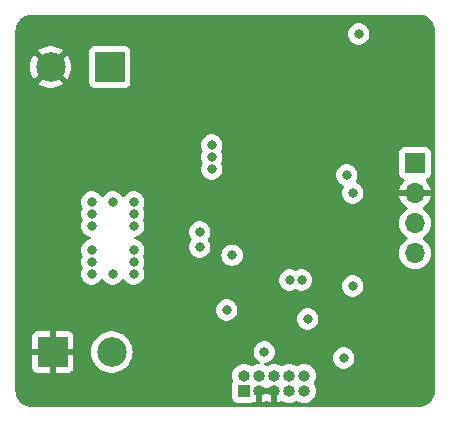
<source format=gbr>
%TF.GenerationSoftware,KiCad,Pcbnew,7.0.10*%
%TF.CreationDate,2024-01-17T14:48:32+01:00*%
%TF.ProjectId,PowerBoard,506f7765-7242-46f6-9172-642e6b696361,rev?*%
%TF.SameCoordinates,Original*%
%TF.FileFunction,Copper,L3,Inr*%
%TF.FilePolarity,Positive*%
%FSLAX46Y46*%
G04 Gerber Fmt 4.6, Leading zero omitted, Abs format (unit mm)*
G04 Created by KiCad (PCBNEW 7.0.10) date 2024-01-17 14:48:32*
%MOMM*%
%LPD*%
G01*
G04 APERTURE LIST*
%TA.AperFunction,ComponentPad*%
%ADD10R,1.000000X1.000000*%
%TD*%
%TA.AperFunction,ComponentPad*%
%ADD11O,1.000000X1.000000*%
%TD*%
%TA.AperFunction,ComponentPad*%
%ADD12R,2.500000X2.500000*%
%TD*%
%TA.AperFunction,ComponentPad*%
%ADD13C,2.500000*%
%TD*%
%TA.AperFunction,ComponentPad*%
%ADD14R,1.700000X1.700000*%
%TD*%
%TA.AperFunction,ComponentPad*%
%ADD15O,1.700000X1.700000*%
%TD*%
%TA.AperFunction,ViaPad*%
%ADD16C,0.800000*%
%TD*%
G04 APERTURE END LIST*
D10*
%TO.N,VCC*%
%TO.C,J4*%
X102559500Y-126492000D03*
D11*
%TO.N,/JTMS-SWDIO*%
X102559500Y-125222000D03*
%TO.N,GND*%
X103829500Y-126492000D03*
%TO.N,/JTCK-SWCLK*%
X103829500Y-125222000D03*
%TO.N,GND*%
X105099500Y-126492000D03*
%TO.N,/JTDO-SWO*%
X105099500Y-125222000D03*
%TO.N,unconnected-(J4-KEY-Pad7)*%
X106369500Y-126492000D03*
%TO.N,/JTDI*%
X106369500Y-125222000D03*
%TO.N,Net-(J4-GNDDetect)*%
X107639500Y-126492000D03*
%TO.N,/NRST*%
X107639500Y-125222000D03*
%TD*%
D12*
%TO.N,GND*%
%TO.C,J2*%
X86360000Y-123190000D03*
D13*
%TO.N,/Vout*%
X91360000Y-123190000D03*
%TD*%
D12*
%TO.N,/Vin*%
%TO.C,J1*%
X91186000Y-99060000D03*
D13*
%TO.N,GND*%
X86186000Y-99060000D03*
%TD*%
D14*
%TO.N,VCC*%
%TO.C,J3*%
X117037500Y-107198000D03*
D15*
%TO.N,GND*%
X117037500Y-109738000D03*
%TO.N,/SCL*%
X117037500Y-112278000D03*
%TO.N,/SDA*%
X117037500Y-114818000D03*
%TD*%
D16*
%TO.N,GND*%
X106807000Y-112014000D03*
X105537000Y-95250000D03*
X101727000Y-95123000D03*
X109347000Y-95123000D03*
X108966000Y-117856000D03*
X110236000Y-116967000D03*
X111760000Y-119634000D03*
X110109000Y-121412000D03*
X113792000Y-113284000D03*
X105537000Y-104521000D03*
X103632000Y-106299000D03*
X100076000Y-104267000D03*
X100076000Y-102870000D03*
X101219000Y-99568000D03*
X101981000Y-102743000D03*
X104521000Y-102743000D03*
X107569000Y-102743000D03*
X115443000Y-105283000D03*
X115443000Y-101219000D03*
X115443000Y-98044000D03*
X115443000Y-95885000D03*
X117729000Y-101219000D03*
X117729000Y-98044000D03*
X117602000Y-95885000D03*
X117602000Y-105156000D03*
X115062000Y-122428000D03*
X113919000Y-118364000D03*
X117729000Y-123317000D03*
X117602000Y-119634000D03*
X117731640Y-116966926D03*
X117602000Y-126619000D03*
X114681000Y-126746000D03*
X112141000Y-122555000D03*
X111887000Y-126619000D03*
X98552000Y-116967000D03*
X99060000Y-121793000D03*
X98425000Y-126746000D03*
X94742000Y-126746000D03*
X94742000Y-122047000D03*
X94742000Y-119507000D03*
X94742000Y-116586000D03*
X94742000Y-110363000D03*
X97028000Y-110236000D03*
X97155000Y-108458000D03*
X97282000Y-99695000D03*
X88138000Y-113157000D03*
X84328000Y-113157000D03*
X88138000Y-109093000D03*
X84328000Y-109093000D03*
X88138000Y-101092000D03*
X84328000Y-101092000D03*
X84455000Y-95885000D03*
X88138000Y-95758000D03*
X88138000Y-105029000D03*
X84328000Y-105029000D03*
X88138000Y-117221000D03*
X84328000Y-117221000D03*
X88138000Y-120904000D03*
X84455000Y-120904000D03*
X84455000Y-126619000D03*
X88138000Y-126746000D03*
%TO.N,VCC*%
X112268000Y-96266000D03*
X110998000Y-123698000D03*
X111760000Y-117602000D03*
X107950000Y-120396000D03*
X101092000Y-119634000D03*
%TO.N,GND*%
X103124000Y-117856000D03*
%TO.N,VCC*%
X101543500Y-115005500D03*
%TO.N,/Vin*%
X91440000Y-110490000D03*
X93218000Y-110490000D03*
X89662000Y-110490000D03*
X89662000Y-111506000D03*
X89662000Y-112522000D03*
X93218000Y-111506000D03*
X93218000Y-112522000D03*
%TO.N,/Vout*%
X91440000Y-116586000D03*
X89662000Y-116586000D03*
X93218000Y-116586000D03*
X93218000Y-115570000D03*
X89662000Y-115570000D03*
X89662000Y-114554000D03*
X93218000Y-114554000D03*
%TO.N,GND*%
X95250000Y-103632000D03*
X95250000Y-106680000D03*
X95250000Y-104648000D03*
X95250000Y-95434000D03*
%TO.N,/SDA*%
X107438655Y-117094000D03*
%TO.N,/SCL*%
X106426000Y-117094000D03*
%TO.N,/Vref*%
X98806000Y-114300000D03*
%TO.N,/Vouit*%
X98806000Y-113030000D03*
%TO.N,VCC*%
X99822000Y-107696000D03*
X99822000Y-105664000D03*
X99822000Y-106680000D03*
%TO.N,/JTDI*%
X104267000Y-123190000D03*
%TO.N,/Vouit*%
X111252000Y-108204000D03*
%TO.N,/Vref*%
X111760000Y-109728000D03*
%TD*%
%TA.AperFunction,Conductor*%
%TO.N,GND*%
G36*
X117576689Y-94637522D02*
G01*
X117728835Y-94671750D01*
X117751679Y-94676889D01*
X117770454Y-94682710D01*
X117957694Y-94757506D01*
X117975299Y-94766217D01*
X118148353Y-94869672D01*
X118164373Y-94881066D01*
X118173306Y-94888553D01*
X118318883Y-95010570D01*
X118332906Y-95024358D01*
X118464999Y-95176662D01*
X118476666Y-95192494D01*
X118583019Y-95363768D01*
X118592036Y-95381245D01*
X118669973Y-95567182D01*
X118676112Y-95585861D01*
X118723672Y-95781778D01*
X118726781Y-95801197D01*
X118743157Y-96007048D01*
X118743548Y-96016954D01*
X118725538Y-126425541D01*
X118725500Y-126426085D01*
X118725500Y-126487124D01*
X118725118Y-126496853D01*
X118709306Y-126697758D01*
X118706262Y-126716977D01*
X118660357Y-126908183D01*
X118654344Y-126926688D01*
X118579094Y-127108357D01*
X118570260Y-127125694D01*
X118467520Y-127293351D01*
X118456084Y-127309092D01*
X118328378Y-127458618D01*
X118314618Y-127472378D01*
X118165092Y-127600084D01*
X118149351Y-127611520D01*
X117981694Y-127714260D01*
X117964357Y-127723094D01*
X117782688Y-127798344D01*
X117764183Y-127804357D01*
X117572977Y-127850262D01*
X117553758Y-127853306D01*
X117352854Y-127869118D01*
X117343125Y-127869500D01*
X84586875Y-127869500D01*
X84577146Y-127869118D01*
X84376241Y-127853306D01*
X84357022Y-127850262D01*
X84165816Y-127804357D01*
X84147311Y-127798344D01*
X83965642Y-127723094D01*
X83948305Y-127714260D01*
X83780648Y-127611520D01*
X83764907Y-127600084D01*
X83615381Y-127472378D01*
X83601621Y-127458618D01*
X83473915Y-127309092D01*
X83462479Y-127293351D01*
X83359739Y-127125694D01*
X83350905Y-127108357D01*
X83275655Y-126926688D01*
X83269642Y-126908183D01*
X83264173Y-126885403D01*
X83223736Y-126716975D01*
X83220693Y-126697758D01*
X83219935Y-126688132D01*
X83204882Y-126496853D01*
X83204500Y-126487124D01*
X83204500Y-125222000D01*
X101554159Y-125222000D01*
X101573475Y-125418129D01*
X101630687Y-125606729D01*
X101631821Y-125608850D01*
X101632080Y-125610094D01*
X101633018Y-125612359D01*
X101632588Y-125612536D01*
X101646064Y-125677253D01*
X101621733Y-125741614D01*
X101615705Y-125749666D01*
X101615702Y-125749671D01*
X101565408Y-125884517D01*
X101559001Y-125944116D01*
X101559000Y-125944135D01*
X101559000Y-127039870D01*
X101559001Y-127039876D01*
X101565408Y-127099483D01*
X101615702Y-127234328D01*
X101615706Y-127234335D01*
X101701952Y-127349544D01*
X101701955Y-127349547D01*
X101817164Y-127435793D01*
X101817171Y-127435797D01*
X101952017Y-127486091D01*
X101952016Y-127486091D01*
X101958944Y-127486835D01*
X102011627Y-127492500D01*
X103107372Y-127492499D01*
X103166983Y-127486091D01*
X103188612Y-127478024D01*
X103301829Y-127435797D01*
X103301829Y-127435796D01*
X103301831Y-127435796D01*
X103310322Y-127429439D01*
X103375784Y-127405021D01*
X103439128Y-127418502D01*
X103439330Y-127418016D01*
X103441961Y-127419105D01*
X103443085Y-127419345D01*
X103444962Y-127420348D01*
X103579500Y-127461159D01*
X103579500Y-126699672D01*
X103617371Y-126744805D01*
X103716629Y-126802112D01*
X103801064Y-126817000D01*
X103857936Y-126817000D01*
X103942371Y-126802112D01*
X104041629Y-126744805D01*
X104043983Y-126742000D01*
X104079500Y-126742000D01*
X104079500Y-127461159D01*
X104214034Y-127420349D01*
X104387759Y-127327492D01*
X104392820Y-127324111D01*
X104393858Y-127325665D01*
X104450139Y-127301759D01*
X104519007Y-127313547D01*
X104535959Y-127324441D01*
X104536180Y-127324111D01*
X104541240Y-127327492D01*
X104714965Y-127420349D01*
X104849500Y-127461159D01*
X104849500Y-126742000D01*
X104079500Y-126742000D01*
X104043983Y-126742000D01*
X104115301Y-126657007D01*
X104154500Y-126549306D01*
X104154500Y-126434694D01*
X104115301Y-126326993D01*
X104043983Y-126242000D01*
X104885017Y-126242000D01*
X104813699Y-126326993D01*
X104774500Y-126434694D01*
X104774500Y-126549306D01*
X104813699Y-126657007D01*
X104887371Y-126744805D01*
X104986629Y-126802112D01*
X105071064Y-126817000D01*
X105127936Y-126817000D01*
X105212371Y-126802112D01*
X105311629Y-126744805D01*
X105349500Y-126699672D01*
X105349500Y-127461159D01*
X105484034Y-127420349D01*
X105657759Y-127327492D01*
X105662820Y-127324111D01*
X105663944Y-127325793D01*
X105719703Y-127302086D01*
X105788575Y-127313851D01*
X105805686Y-127324843D01*
X105805899Y-127324526D01*
X105810957Y-127327906D01*
X105810962Y-127327910D01*
X105922857Y-127387719D01*
X105982024Y-127419345D01*
X105984773Y-127420814D01*
X106173368Y-127478024D01*
X106369500Y-127497341D01*
X106565632Y-127478024D01*
X106754227Y-127420814D01*
X106928038Y-127327910D01*
X106928044Y-127327904D01*
X106933107Y-127324523D01*
X106934203Y-127326164D01*
X106990139Y-127302405D01*
X107059007Y-127314194D01*
X107075648Y-127324888D01*
X107075893Y-127324523D01*
X107080958Y-127327907D01*
X107080962Y-127327910D01*
X107192857Y-127387719D01*
X107252024Y-127419345D01*
X107254773Y-127420814D01*
X107443368Y-127478024D01*
X107639500Y-127497341D01*
X107835632Y-127478024D01*
X108024227Y-127420814D01*
X108026976Y-127419345D01*
X108157560Y-127349546D01*
X108198038Y-127327910D01*
X108350383Y-127202883D01*
X108475410Y-127050538D01*
X108546429Y-126917671D01*
X108568311Y-126876733D01*
X108568311Y-126876732D01*
X108568314Y-126876727D01*
X108625524Y-126688132D01*
X108644841Y-126492000D01*
X108625524Y-126295868D01*
X108568314Y-126107273D01*
X108475410Y-125933462D01*
X108475407Y-125933458D01*
X108472023Y-125928393D01*
X108473664Y-125927296D01*
X108449905Y-125871361D01*
X108461694Y-125802493D01*
X108472388Y-125785851D01*
X108472023Y-125785607D01*
X108475404Y-125780544D01*
X108475410Y-125780538D01*
X108568314Y-125606727D01*
X108625524Y-125418132D01*
X108644841Y-125222000D01*
X108625524Y-125025868D01*
X108568314Y-124837273D01*
X108568311Y-124837269D01*
X108568311Y-124837266D01*
X108475413Y-124663467D01*
X108475409Y-124663460D01*
X108350383Y-124511116D01*
X108198039Y-124386090D01*
X108198032Y-124386086D01*
X108024233Y-124293188D01*
X108024227Y-124293186D01*
X107835632Y-124235976D01*
X107835629Y-124235975D01*
X107639500Y-124216659D01*
X107443370Y-124235975D01*
X107254766Y-124293188D01*
X107080967Y-124386086D01*
X107075899Y-124389473D01*
X107074805Y-124387836D01*
X107018837Y-124411596D01*
X106949971Y-124399795D01*
X106933343Y-124389109D01*
X106933101Y-124389473D01*
X106928032Y-124386086D01*
X106754233Y-124293188D01*
X106754227Y-124293186D01*
X106565632Y-124235976D01*
X106565629Y-124235975D01*
X106369500Y-124216659D01*
X106173370Y-124235975D01*
X105984766Y-124293188D01*
X105810967Y-124386086D01*
X105805899Y-124389473D01*
X105804805Y-124387836D01*
X105748837Y-124411596D01*
X105679971Y-124399795D01*
X105663343Y-124389109D01*
X105663101Y-124389473D01*
X105658032Y-124386086D01*
X105484233Y-124293188D01*
X105484227Y-124293186D01*
X105295632Y-124235976D01*
X105295629Y-124235975D01*
X105099500Y-124216659D01*
X104903370Y-124235975D01*
X104714766Y-124293188D01*
X104540967Y-124386086D01*
X104535899Y-124389473D01*
X104534805Y-124387836D01*
X104478837Y-124411596D01*
X104409971Y-124399795D01*
X104393343Y-124389109D01*
X104393101Y-124389473D01*
X104388032Y-124386085D01*
X104271612Y-124323858D01*
X104221767Y-124274896D01*
X104206307Y-124206758D01*
X104230139Y-124141078D01*
X104285696Y-124098710D01*
X104330065Y-124090500D01*
X104361644Y-124090500D01*
X104361646Y-124090500D01*
X104546803Y-124051144D01*
X104719730Y-123974151D01*
X104872871Y-123862888D01*
X104999533Y-123722216D01*
X105013514Y-123698000D01*
X110092540Y-123698000D01*
X110112326Y-123886256D01*
X110112327Y-123886259D01*
X110170818Y-124066277D01*
X110170821Y-124066284D01*
X110265467Y-124230216D01*
X110349783Y-124323858D01*
X110392129Y-124370888D01*
X110545265Y-124482148D01*
X110545270Y-124482151D01*
X110718192Y-124559142D01*
X110718197Y-124559144D01*
X110903354Y-124598500D01*
X110903355Y-124598500D01*
X111092644Y-124598500D01*
X111092646Y-124598500D01*
X111277803Y-124559144D01*
X111450730Y-124482151D01*
X111603871Y-124370888D01*
X111730533Y-124230216D01*
X111825179Y-124066284D01*
X111883674Y-123886256D01*
X111903460Y-123698000D01*
X111883674Y-123509744D01*
X111825179Y-123329716D01*
X111730533Y-123165784D01*
X111603871Y-123025112D01*
X111571708Y-123001744D01*
X111450734Y-122913851D01*
X111450729Y-122913848D01*
X111277807Y-122836857D01*
X111277802Y-122836855D01*
X111132001Y-122805865D01*
X111092646Y-122797500D01*
X110903354Y-122797500D01*
X110870897Y-122804398D01*
X110718197Y-122836855D01*
X110718192Y-122836857D01*
X110545270Y-122913848D01*
X110545265Y-122913851D01*
X110392129Y-123025111D01*
X110265466Y-123165785D01*
X110170821Y-123329715D01*
X110170818Y-123329722D01*
X110112327Y-123509740D01*
X110112326Y-123509744D01*
X110092540Y-123698000D01*
X105013514Y-123698000D01*
X105094179Y-123558284D01*
X105152674Y-123378256D01*
X105172460Y-123190000D01*
X105152674Y-123001744D01*
X105094179Y-122821716D01*
X104999533Y-122657784D01*
X104872871Y-122517112D01*
X104872870Y-122517111D01*
X104719734Y-122405851D01*
X104719729Y-122405848D01*
X104546807Y-122328857D01*
X104546802Y-122328855D01*
X104401001Y-122297865D01*
X104361646Y-122289500D01*
X104172354Y-122289500D01*
X104139897Y-122296398D01*
X103987197Y-122328855D01*
X103987192Y-122328857D01*
X103814270Y-122405848D01*
X103814265Y-122405851D01*
X103661129Y-122517111D01*
X103534466Y-122657785D01*
X103439821Y-122821715D01*
X103439818Y-122821722D01*
X103385940Y-122987543D01*
X103381326Y-123001744D01*
X103361540Y-123190000D01*
X103381326Y-123378256D01*
X103381327Y-123378259D01*
X103439818Y-123558277D01*
X103439821Y-123558284D01*
X103534467Y-123722216D01*
X103661129Y-123862888D01*
X103814265Y-123974148D01*
X103814267Y-123974149D01*
X103814270Y-123974151D01*
X103834679Y-123983237D01*
X103887914Y-124028486D01*
X103908236Y-124095335D01*
X103889191Y-124162559D01*
X103836825Y-124208815D01*
X103796396Y-124219919D01*
X103633370Y-124235975D01*
X103444766Y-124293188D01*
X103270967Y-124386086D01*
X103265899Y-124389473D01*
X103264805Y-124387836D01*
X103208837Y-124411596D01*
X103139971Y-124399795D01*
X103123343Y-124389109D01*
X103123101Y-124389473D01*
X103118032Y-124386086D01*
X102944233Y-124293188D01*
X102944227Y-124293186D01*
X102755632Y-124235976D01*
X102755629Y-124235975D01*
X102559500Y-124216659D01*
X102363370Y-124235975D01*
X102174766Y-124293188D01*
X102000967Y-124386086D01*
X102000960Y-124386090D01*
X101848616Y-124511116D01*
X101723590Y-124663460D01*
X101723586Y-124663467D01*
X101630688Y-124837266D01*
X101573475Y-125025870D01*
X101554159Y-125222000D01*
X83204500Y-125222000D01*
X83204500Y-124487844D01*
X84610000Y-124487844D01*
X84616401Y-124547372D01*
X84616403Y-124547379D01*
X84666645Y-124682086D01*
X84666649Y-124682093D01*
X84752809Y-124797187D01*
X84752812Y-124797190D01*
X84867906Y-124883350D01*
X84867913Y-124883354D01*
X85002620Y-124933596D01*
X85002627Y-124933598D01*
X85062155Y-124939999D01*
X85062172Y-124940000D01*
X86110000Y-124940000D01*
X86110000Y-123794310D01*
X86118817Y-123799158D01*
X86277886Y-123840000D01*
X86400894Y-123840000D01*
X86522933Y-123824583D01*
X86610000Y-123790110D01*
X86610000Y-124940000D01*
X87657828Y-124940000D01*
X87657844Y-124939999D01*
X87717372Y-124933598D01*
X87717379Y-124933596D01*
X87852086Y-124883354D01*
X87852093Y-124883350D01*
X87967187Y-124797190D01*
X87967190Y-124797187D01*
X88053350Y-124682093D01*
X88053354Y-124682086D01*
X88103596Y-124547379D01*
X88103598Y-124547372D01*
X88109999Y-124487844D01*
X88110000Y-124487827D01*
X88110000Y-123440000D01*
X86960728Y-123440000D01*
X86983100Y-123392457D01*
X87013873Y-123231138D01*
X87011285Y-123190004D01*
X89604592Y-123190004D01*
X89624196Y-123451620D01*
X89624197Y-123451625D01*
X89682576Y-123707402D01*
X89682578Y-123707411D01*
X89682580Y-123707416D01*
X89778432Y-123951643D01*
X89909614Y-124178857D01*
X90041736Y-124344533D01*
X90073198Y-124383985D01*
X90210214Y-124511116D01*
X90265521Y-124562433D01*
X90482296Y-124710228D01*
X90482301Y-124710230D01*
X90482302Y-124710231D01*
X90482303Y-124710232D01*
X90607843Y-124770688D01*
X90718673Y-124824061D01*
X90718674Y-124824061D01*
X90718677Y-124824063D01*
X90969385Y-124901396D01*
X91228818Y-124940500D01*
X91491182Y-124940500D01*
X91750615Y-124901396D01*
X92001323Y-124824063D01*
X92237704Y-124710228D01*
X92454479Y-124562433D01*
X92640886Y-124389473D01*
X92646801Y-124383985D01*
X92646801Y-124383983D01*
X92646805Y-124383981D01*
X92810386Y-124178857D01*
X92941568Y-123951643D01*
X93037420Y-123707416D01*
X93095802Y-123451630D01*
X93096674Y-123440000D01*
X93115408Y-123190004D01*
X93115408Y-123189995D01*
X93095803Y-122928379D01*
X93095802Y-122928374D01*
X93095802Y-122928370D01*
X93037420Y-122672584D01*
X92941568Y-122428357D01*
X92810386Y-122201143D01*
X92646805Y-121996019D01*
X92646804Y-121996018D01*
X92646801Y-121996014D01*
X92454479Y-121817567D01*
X92237704Y-121669772D01*
X92237700Y-121669770D01*
X92237697Y-121669768D01*
X92237696Y-121669767D01*
X92001325Y-121555938D01*
X92001327Y-121555938D01*
X91750623Y-121478606D01*
X91750619Y-121478605D01*
X91750615Y-121478604D01*
X91625823Y-121459794D01*
X91491187Y-121439500D01*
X91491182Y-121439500D01*
X91228818Y-121439500D01*
X91228812Y-121439500D01*
X91067247Y-121463853D01*
X90969385Y-121478604D01*
X90969382Y-121478605D01*
X90969376Y-121478606D01*
X90718673Y-121555938D01*
X90482303Y-121669767D01*
X90482302Y-121669768D01*
X90265520Y-121817567D01*
X90073198Y-121996014D01*
X89909614Y-122201143D01*
X89778432Y-122428356D01*
X89682582Y-122672578D01*
X89682576Y-122672597D01*
X89624197Y-122928374D01*
X89624196Y-122928379D01*
X89604592Y-123189995D01*
X89604592Y-123190004D01*
X87011285Y-123190004D01*
X87003561Y-123067234D01*
X86962220Y-122940000D01*
X88110000Y-122940000D01*
X88110000Y-121892172D01*
X88109999Y-121892155D01*
X88103598Y-121832627D01*
X88103596Y-121832620D01*
X88053354Y-121697913D01*
X88053350Y-121697906D01*
X87967190Y-121582812D01*
X87967187Y-121582809D01*
X87852093Y-121496649D01*
X87852086Y-121496645D01*
X87717379Y-121446403D01*
X87717372Y-121446401D01*
X87657844Y-121440000D01*
X86610000Y-121440000D01*
X86610000Y-122585689D01*
X86601183Y-122580842D01*
X86442114Y-122540000D01*
X86319106Y-122540000D01*
X86197067Y-122555417D01*
X86110000Y-122589889D01*
X86110000Y-121440000D01*
X85062155Y-121440000D01*
X85002627Y-121446401D01*
X85002620Y-121446403D01*
X84867913Y-121496645D01*
X84867906Y-121496649D01*
X84752812Y-121582809D01*
X84752809Y-121582812D01*
X84666649Y-121697906D01*
X84666645Y-121697913D01*
X84616403Y-121832620D01*
X84616401Y-121832627D01*
X84610000Y-121892155D01*
X84610000Y-122940000D01*
X85759272Y-122940000D01*
X85736900Y-122987543D01*
X85706127Y-123148862D01*
X85716439Y-123312766D01*
X85757780Y-123440000D01*
X84610000Y-123440000D01*
X84610000Y-124487844D01*
X83204500Y-124487844D01*
X83204500Y-119634000D01*
X100186540Y-119634000D01*
X100206326Y-119822256D01*
X100206327Y-119822259D01*
X100264818Y-120002277D01*
X100264821Y-120002284D01*
X100359467Y-120166216D01*
X100486129Y-120306888D01*
X100639265Y-120418148D01*
X100639270Y-120418151D01*
X100812192Y-120495142D01*
X100812197Y-120495144D01*
X100997354Y-120534500D01*
X100997355Y-120534500D01*
X101186644Y-120534500D01*
X101186646Y-120534500D01*
X101371803Y-120495144D01*
X101544730Y-120418151D01*
X101575218Y-120396000D01*
X107044540Y-120396000D01*
X107064326Y-120584256D01*
X107064327Y-120584259D01*
X107122818Y-120764277D01*
X107122821Y-120764284D01*
X107217467Y-120928216D01*
X107344129Y-121068888D01*
X107497265Y-121180148D01*
X107497270Y-121180151D01*
X107670192Y-121257142D01*
X107670197Y-121257144D01*
X107855354Y-121296500D01*
X107855355Y-121296500D01*
X108044644Y-121296500D01*
X108044646Y-121296500D01*
X108229803Y-121257144D01*
X108402730Y-121180151D01*
X108555871Y-121068888D01*
X108682533Y-120928216D01*
X108777179Y-120764284D01*
X108835674Y-120584256D01*
X108855460Y-120396000D01*
X108835674Y-120207744D01*
X108777179Y-120027716D01*
X108682533Y-119863784D01*
X108555871Y-119723112D01*
X108555870Y-119723111D01*
X108402734Y-119611851D01*
X108402729Y-119611848D01*
X108229807Y-119534857D01*
X108229802Y-119534855D01*
X108084001Y-119503865D01*
X108044646Y-119495500D01*
X107855354Y-119495500D01*
X107822897Y-119502398D01*
X107670197Y-119534855D01*
X107670192Y-119534857D01*
X107497270Y-119611848D01*
X107497265Y-119611851D01*
X107344129Y-119723111D01*
X107217466Y-119863785D01*
X107122821Y-120027715D01*
X107122818Y-120027722D01*
X107077820Y-120166214D01*
X107064326Y-120207744D01*
X107044540Y-120396000D01*
X101575218Y-120396000D01*
X101697871Y-120306888D01*
X101824533Y-120166216D01*
X101919179Y-120002284D01*
X101977674Y-119822256D01*
X101997460Y-119634000D01*
X101977674Y-119445744D01*
X101919179Y-119265716D01*
X101824533Y-119101784D01*
X101697871Y-118961112D01*
X101697870Y-118961111D01*
X101544734Y-118849851D01*
X101544729Y-118849848D01*
X101371807Y-118772857D01*
X101371802Y-118772855D01*
X101226001Y-118741865D01*
X101186646Y-118733500D01*
X100997354Y-118733500D01*
X100964897Y-118740398D01*
X100812197Y-118772855D01*
X100812192Y-118772857D01*
X100639270Y-118849848D01*
X100639265Y-118849851D01*
X100486129Y-118961111D01*
X100359466Y-119101785D01*
X100264821Y-119265715D01*
X100264818Y-119265722D01*
X100206327Y-119445740D01*
X100206326Y-119445744D01*
X100186540Y-119634000D01*
X83204500Y-119634000D01*
X83204500Y-116586000D01*
X88756540Y-116586000D01*
X88776326Y-116774256D01*
X88776327Y-116774259D01*
X88834818Y-116954277D01*
X88834821Y-116954284D01*
X88929467Y-117118216D01*
X89056129Y-117258888D01*
X89209265Y-117370148D01*
X89209270Y-117370151D01*
X89382192Y-117447142D01*
X89382197Y-117447144D01*
X89567354Y-117486500D01*
X89567355Y-117486500D01*
X89756644Y-117486500D01*
X89756646Y-117486500D01*
X89941803Y-117447144D01*
X90114730Y-117370151D01*
X90267871Y-117258888D01*
X90394533Y-117118216D01*
X90443613Y-117033205D01*
X90494179Y-116984991D01*
X90562786Y-116971767D01*
X90627651Y-116997735D01*
X90658385Y-117033203D01*
X90693486Y-117094000D01*
X90707467Y-117118216D01*
X90834129Y-117258888D01*
X90987265Y-117370148D01*
X90987270Y-117370151D01*
X91160192Y-117447142D01*
X91160197Y-117447144D01*
X91345354Y-117486500D01*
X91345355Y-117486500D01*
X91534644Y-117486500D01*
X91534646Y-117486500D01*
X91719803Y-117447144D01*
X91892730Y-117370151D01*
X92045871Y-117258888D01*
X92172533Y-117118216D01*
X92221613Y-117033205D01*
X92272179Y-116984991D01*
X92340786Y-116971767D01*
X92405651Y-116997735D01*
X92436385Y-117033203D01*
X92471486Y-117094000D01*
X92485467Y-117118216D01*
X92612129Y-117258888D01*
X92765265Y-117370148D01*
X92765270Y-117370151D01*
X92938192Y-117447142D01*
X92938197Y-117447144D01*
X93123354Y-117486500D01*
X93123355Y-117486500D01*
X93312644Y-117486500D01*
X93312646Y-117486500D01*
X93497803Y-117447144D01*
X93670730Y-117370151D01*
X93823871Y-117258888D01*
X93950533Y-117118216D01*
X93964514Y-117094000D01*
X105520540Y-117094000D01*
X105540326Y-117282256D01*
X105540327Y-117282259D01*
X105598818Y-117462277D01*
X105598821Y-117462284D01*
X105693467Y-117626216D01*
X105820129Y-117766888D01*
X105973265Y-117878148D01*
X105973270Y-117878151D01*
X106146192Y-117955142D01*
X106146197Y-117955144D01*
X106331354Y-117994500D01*
X106331355Y-117994500D01*
X106520644Y-117994500D01*
X106520646Y-117994500D01*
X106705803Y-117955144D01*
X106878730Y-117878151D01*
X106878733Y-117878148D01*
X106881890Y-117876743D01*
X106951140Y-117867458D01*
X106982763Y-117876743D01*
X106985924Y-117878150D01*
X106985925Y-117878151D01*
X107158852Y-117955144D01*
X107344009Y-117994500D01*
X107344010Y-117994500D01*
X107533299Y-117994500D01*
X107533301Y-117994500D01*
X107718458Y-117955144D01*
X107891385Y-117878151D01*
X108044526Y-117766888D01*
X108171188Y-117626216D01*
X108185169Y-117602000D01*
X110854540Y-117602000D01*
X110874326Y-117790256D01*
X110874327Y-117790259D01*
X110932818Y-117970277D01*
X110932821Y-117970284D01*
X111027467Y-118134216D01*
X111154129Y-118274888D01*
X111307265Y-118386148D01*
X111307270Y-118386151D01*
X111480192Y-118463142D01*
X111480197Y-118463144D01*
X111665354Y-118502500D01*
X111665355Y-118502500D01*
X111854644Y-118502500D01*
X111854646Y-118502500D01*
X112039803Y-118463144D01*
X112212730Y-118386151D01*
X112365871Y-118274888D01*
X112492533Y-118134216D01*
X112587179Y-117970284D01*
X112645674Y-117790256D01*
X112665460Y-117602000D01*
X112645674Y-117413744D01*
X112587179Y-117233716D01*
X112492533Y-117069784D01*
X112365871Y-116929112D01*
X112333708Y-116905744D01*
X112212734Y-116817851D01*
X112212729Y-116817848D01*
X112039807Y-116740857D01*
X112039802Y-116740855D01*
X111894001Y-116709865D01*
X111854646Y-116701500D01*
X111665354Y-116701500D01*
X111632897Y-116708398D01*
X111480197Y-116740855D01*
X111480192Y-116740857D01*
X111307270Y-116817848D01*
X111307265Y-116817851D01*
X111154129Y-116929111D01*
X111027466Y-117069785D01*
X110932821Y-117233715D01*
X110932818Y-117233722D01*
X110888491Y-117370148D01*
X110874326Y-117413744D01*
X110854540Y-117602000D01*
X108185169Y-117602000D01*
X108265834Y-117462284D01*
X108324329Y-117282256D01*
X108344115Y-117094000D01*
X108324329Y-116905744D01*
X108265834Y-116725716D01*
X108171188Y-116561784D01*
X108044526Y-116421112D01*
X108012363Y-116397744D01*
X107891389Y-116309851D01*
X107891384Y-116309848D01*
X107718462Y-116232857D01*
X107718457Y-116232855D01*
X107572656Y-116201865D01*
X107533301Y-116193500D01*
X107344009Y-116193500D01*
X107311552Y-116200398D01*
X107158852Y-116232855D01*
X107158847Y-116232857D01*
X106982763Y-116311256D01*
X106913513Y-116320541D01*
X106881891Y-116311256D01*
X106705807Y-116232857D01*
X106705802Y-116232855D01*
X106560001Y-116201865D01*
X106520646Y-116193500D01*
X106331354Y-116193500D01*
X106298897Y-116200398D01*
X106146197Y-116232855D01*
X106146192Y-116232857D01*
X105973270Y-116309848D01*
X105973265Y-116309851D01*
X105820129Y-116421111D01*
X105693466Y-116561785D01*
X105598821Y-116725715D01*
X105598818Y-116725722D01*
X105568884Y-116817851D01*
X105540326Y-116905744D01*
X105520540Y-117094000D01*
X93964514Y-117094000D01*
X94045179Y-116954284D01*
X94103674Y-116774256D01*
X94123460Y-116586000D01*
X94103674Y-116397744D01*
X94045179Y-116217716D01*
X94000308Y-116139997D01*
X93983836Y-116072100D01*
X94000309Y-116016001D01*
X94045179Y-115938284D01*
X94103674Y-115758256D01*
X94123460Y-115570000D01*
X94103674Y-115381744D01*
X94045179Y-115201716D01*
X94000308Y-115123997D01*
X93983836Y-115056100D01*
X94000309Y-115000001D01*
X94045179Y-114922284D01*
X94103674Y-114742256D01*
X94123460Y-114554000D01*
X94103674Y-114365744D01*
X94082312Y-114300000D01*
X97900540Y-114300000D01*
X97920326Y-114488256D01*
X97920327Y-114488259D01*
X97978818Y-114668277D01*
X97978821Y-114668284D01*
X98073467Y-114832216D01*
X98154559Y-114922277D01*
X98200129Y-114972888D01*
X98353265Y-115084148D01*
X98353270Y-115084151D01*
X98526192Y-115161142D01*
X98526197Y-115161144D01*
X98711354Y-115200500D01*
X98711355Y-115200500D01*
X98900644Y-115200500D01*
X98900646Y-115200500D01*
X99085803Y-115161144D01*
X99258730Y-115084151D01*
X99366984Y-115005500D01*
X100638040Y-115005500D01*
X100657826Y-115193756D01*
X100657827Y-115193759D01*
X100716318Y-115373777D01*
X100716321Y-115373784D01*
X100810967Y-115537716D01*
X100840036Y-115570000D01*
X100937629Y-115678388D01*
X101090765Y-115789648D01*
X101090770Y-115789651D01*
X101263692Y-115866642D01*
X101263697Y-115866644D01*
X101448854Y-115906000D01*
X101448855Y-115906000D01*
X101638144Y-115906000D01*
X101638146Y-115906000D01*
X101823303Y-115866644D01*
X101996230Y-115789651D01*
X102149371Y-115678388D01*
X102276033Y-115537716D01*
X102370679Y-115373784D01*
X102429174Y-115193756D01*
X102448960Y-115005500D01*
X102429253Y-114818000D01*
X115681841Y-114818000D01*
X115702436Y-115053403D01*
X115702438Y-115053413D01*
X115763594Y-115281655D01*
X115763596Y-115281659D01*
X115763597Y-115281663D01*
X115806551Y-115373777D01*
X115863465Y-115495830D01*
X115863467Y-115495834D01*
X115915399Y-115570000D01*
X115999005Y-115689401D01*
X116166099Y-115856495D01*
X116246955Y-115913111D01*
X116359665Y-115992032D01*
X116359667Y-115992033D01*
X116359670Y-115992035D01*
X116573837Y-116091903D01*
X116802092Y-116153063D01*
X116990418Y-116169539D01*
X117037499Y-116173659D01*
X117037500Y-116173659D01*
X117037501Y-116173659D01*
X117076734Y-116170226D01*
X117272908Y-116153063D01*
X117501163Y-116091903D01*
X117715330Y-115992035D01*
X117908901Y-115856495D01*
X118075995Y-115689401D01*
X118211535Y-115495830D01*
X118311403Y-115281663D01*
X118372563Y-115053408D01*
X118393159Y-114818000D01*
X118372563Y-114582592D01*
X118326126Y-114409285D01*
X118311405Y-114354344D01*
X118311404Y-114354343D01*
X118311403Y-114354337D01*
X118211535Y-114140171D01*
X118191631Y-114111744D01*
X118075994Y-113946597D01*
X117908902Y-113779506D01*
X117908896Y-113779501D01*
X117723342Y-113649575D01*
X117679717Y-113594998D01*
X117672523Y-113525500D01*
X117704046Y-113463145D01*
X117723342Y-113446425D01*
X117813719Y-113383142D01*
X117908901Y-113316495D01*
X118075995Y-113149401D01*
X118211535Y-112955830D01*
X118311403Y-112741663D01*
X118372563Y-112513408D01*
X118393159Y-112278000D01*
X118372563Y-112042592D01*
X118311403Y-111814337D01*
X118211535Y-111600171D01*
X118075995Y-111406599D01*
X118075994Y-111406597D01*
X117908902Y-111239506D01*
X117908901Y-111239505D01*
X117722905Y-111109269D01*
X117679281Y-111054692D01*
X117672088Y-110985193D01*
X117703610Y-110922839D01*
X117722905Y-110906119D01*
X117908582Y-110776105D01*
X118075605Y-110609082D01*
X118211100Y-110415578D01*
X118310929Y-110201492D01*
X118310932Y-110201486D01*
X118368136Y-109988000D01*
X117471186Y-109988000D01*
X117496993Y-109947844D01*
X117537500Y-109809889D01*
X117537500Y-109666111D01*
X117496993Y-109528156D01*
X117471186Y-109488000D01*
X118368136Y-109488000D01*
X118368135Y-109487999D01*
X118310932Y-109274513D01*
X118310929Y-109274507D01*
X118211100Y-109060422D01*
X118211099Y-109060420D01*
X118075613Y-108866926D01*
X118075608Y-108866920D01*
X117953553Y-108744865D01*
X117920068Y-108683542D01*
X117925052Y-108613850D01*
X117966924Y-108557917D01*
X117997900Y-108541002D01*
X118129831Y-108491796D01*
X118245046Y-108405546D01*
X118331296Y-108290331D01*
X118381591Y-108155483D01*
X118388000Y-108095873D01*
X118387999Y-106300128D01*
X118381591Y-106240517D01*
X118379160Y-106234000D01*
X118331297Y-106105671D01*
X118331293Y-106105664D01*
X118245047Y-105990455D01*
X118245044Y-105990452D01*
X118129835Y-105904206D01*
X118129828Y-105904202D01*
X117994982Y-105853908D01*
X117994983Y-105853908D01*
X117935383Y-105847501D01*
X117935381Y-105847500D01*
X117935373Y-105847500D01*
X117935364Y-105847500D01*
X116139629Y-105847500D01*
X116139623Y-105847501D01*
X116080016Y-105853908D01*
X115945171Y-105904202D01*
X115945164Y-105904206D01*
X115829955Y-105990452D01*
X115829952Y-105990455D01*
X115743706Y-106105664D01*
X115743702Y-106105671D01*
X115693408Y-106240517D01*
X115687001Y-106300116D01*
X115687001Y-106300123D01*
X115687000Y-106300135D01*
X115687000Y-108095870D01*
X115687001Y-108095876D01*
X115693408Y-108155483D01*
X115743702Y-108290328D01*
X115743706Y-108290335D01*
X115829952Y-108405544D01*
X115829955Y-108405547D01*
X115945164Y-108491793D01*
X115945171Y-108491797D01*
X115945174Y-108491798D01*
X116077098Y-108541002D01*
X116133031Y-108582873D01*
X116157449Y-108648337D01*
X116142598Y-108716610D01*
X116121447Y-108744865D01*
X115999386Y-108866926D01*
X115863900Y-109060420D01*
X115863899Y-109060422D01*
X115764070Y-109274507D01*
X115764067Y-109274513D01*
X115706864Y-109487999D01*
X115706864Y-109488000D01*
X116603814Y-109488000D01*
X116578007Y-109528156D01*
X116537500Y-109666111D01*
X116537500Y-109809889D01*
X116578007Y-109947844D01*
X116603814Y-109988000D01*
X115706864Y-109988000D01*
X115764067Y-110201486D01*
X115764070Y-110201492D01*
X115863899Y-110415578D01*
X115999394Y-110609082D01*
X116166417Y-110776105D01*
X116352095Y-110906119D01*
X116395719Y-110960696D01*
X116402912Y-111030195D01*
X116371390Y-111092549D01*
X116352095Y-111109269D01*
X116166094Y-111239508D01*
X115999005Y-111406597D01*
X115863465Y-111600169D01*
X115863464Y-111600171D01*
X115763598Y-111814335D01*
X115763594Y-111814344D01*
X115702438Y-112042586D01*
X115702436Y-112042596D01*
X115681841Y-112277999D01*
X115681841Y-112278000D01*
X115702436Y-112513403D01*
X115702438Y-112513413D01*
X115763594Y-112741655D01*
X115763596Y-112741659D01*
X115763597Y-112741663D01*
X115810264Y-112841740D01*
X115863465Y-112955830D01*
X115863467Y-112955834D01*
X115999001Y-113149395D01*
X115999006Y-113149402D01*
X116166097Y-113316493D01*
X116166103Y-113316498D01*
X116351658Y-113446425D01*
X116395283Y-113501002D01*
X116402477Y-113570500D01*
X116370954Y-113632855D01*
X116351658Y-113649575D01*
X116166097Y-113779505D01*
X115999005Y-113946597D01*
X115863465Y-114140169D01*
X115863464Y-114140171D01*
X115763598Y-114354335D01*
X115763594Y-114354344D01*
X115702438Y-114582586D01*
X115702436Y-114582596D01*
X115681841Y-114817999D01*
X115681841Y-114818000D01*
X102429253Y-114818000D01*
X102429174Y-114817244D01*
X102370679Y-114637216D01*
X102276033Y-114473284D01*
X102149371Y-114332612D01*
X102149370Y-114332611D01*
X101996234Y-114221351D01*
X101996229Y-114221348D01*
X101823307Y-114144357D01*
X101823302Y-114144355D01*
X101669855Y-114111740D01*
X101638146Y-114105000D01*
X101448854Y-114105000D01*
X101417145Y-114111740D01*
X101263697Y-114144355D01*
X101263692Y-114144357D01*
X101090770Y-114221348D01*
X101090765Y-114221351D01*
X100937629Y-114332611D01*
X100810966Y-114473285D01*
X100716321Y-114637215D01*
X100716318Y-114637222D01*
X100682191Y-114742256D01*
X100657826Y-114817244D01*
X100638040Y-115005500D01*
X99366984Y-115005500D01*
X99411871Y-114972888D01*
X99538533Y-114832216D01*
X99633179Y-114668284D01*
X99691674Y-114488256D01*
X99711460Y-114300000D01*
X99691674Y-114111744D01*
X99633179Y-113931716D01*
X99538533Y-113767784D01*
X99520693Y-113747971D01*
X99490464Y-113684981D01*
X99499089Y-113615646D01*
X99520694Y-113582028D01*
X99521818Y-113580780D01*
X99538533Y-113562216D01*
X99633179Y-113398284D01*
X99691674Y-113218256D01*
X99711460Y-113030000D01*
X99691674Y-112841744D01*
X99633179Y-112661716D01*
X99538533Y-112497784D01*
X99411871Y-112357112D01*
X99379708Y-112333744D01*
X99258734Y-112245851D01*
X99258729Y-112245848D01*
X99085807Y-112168857D01*
X99085802Y-112168855D01*
X98940001Y-112137865D01*
X98900646Y-112129500D01*
X98711354Y-112129500D01*
X98678897Y-112136398D01*
X98526197Y-112168855D01*
X98526192Y-112168857D01*
X98353270Y-112245848D01*
X98353265Y-112245851D01*
X98200129Y-112357111D01*
X98073466Y-112497785D01*
X97978821Y-112661715D01*
X97978818Y-112661722D01*
X97920327Y-112841740D01*
X97920326Y-112841744D01*
X97900540Y-113030000D01*
X97920326Y-113218256D01*
X97920327Y-113218259D01*
X97978818Y-113398277D01*
X97978821Y-113398284D01*
X98073467Y-113562216D01*
X98080926Y-113570500D01*
X98091307Y-113582030D01*
X98121535Y-113645022D01*
X98112909Y-113714357D01*
X98091307Y-113747970D01*
X98073466Y-113767785D01*
X97978821Y-113931715D01*
X97978818Y-113931722D01*
X97922517Y-114105000D01*
X97920326Y-114111744D01*
X97900540Y-114300000D01*
X94082312Y-114300000D01*
X94045179Y-114185716D01*
X93950533Y-114021784D01*
X93823871Y-113881112D01*
X93823870Y-113881111D01*
X93670734Y-113769851D01*
X93670729Y-113769848D01*
X93497807Y-113692857D01*
X93497802Y-113692855D01*
X93374509Y-113666649D01*
X93339884Y-113659289D01*
X93278403Y-113626098D01*
X93244627Y-113564935D01*
X93249279Y-113495220D01*
X93290883Y-113439088D01*
X93339884Y-113416710D01*
X93497803Y-113383144D01*
X93670730Y-113306151D01*
X93823871Y-113194888D01*
X93950533Y-113054216D01*
X94045179Y-112890284D01*
X94103674Y-112710256D01*
X94123460Y-112522000D01*
X94103674Y-112333744D01*
X94045179Y-112153716D01*
X94000308Y-112075997D01*
X93983836Y-112008100D01*
X94000309Y-111952001D01*
X94045179Y-111874284D01*
X94103674Y-111694256D01*
X94123460Y-111506000D01*
X94103674Y-111317744D01*
X94045179Y-111137716D01*
X94000308Y-111059997D01*
X93983836Y-110992100D01*
X94000309Y-110936001D01*
X94045179Y-110858284D01*
X94103674Y-110678256D01*
X94123460Y-110490000D01*
X94103674Y-110301744D01*
X94045179Y-110121716D01*
X93950533Y-109957784D01*
X93823871Y-109817112D01*
X93823870Y-109817111D01*
X93670734Y-109705851D01*
X93670729Y-109705848D01*
X93497807Y-109628857D01*
X93497802Y-109628855D01*
X93352001Y-109597865D01*
X93312646Y-109589500D01*
X93123354Y-109589500D01*
X93090897Y-109596398D01*
X92938197Y-109628855D01*
X92938192Y-109628857D01*
X92765270Y-109705848D01*
X92765265Y-109705851D01*
X92612129Y-109817111D01*
X92485466Y-109957785D01*
X92436387Y-110042793D01*
X92385820Y-110091008D01*
X92317213Y-110104232D01*
X92252349Y-110078264D01*
X92221613Y-110042793D01*
X92189978Y-109988000D01*
X92172533Y-109957784D01*
X92045871Y-109817112D01*
X92045870Y-109817111D01*
X91892734Y-109705851D01*
X91892729Y-109705848D01*
X91719807Y-109628857D01*
X91719802Y-109628855D01*
X91574001Y-109597865D01*
X91534646Y-109589500D01*
X91345354Y-109589500D01*
X91312897Y-109596398D01*
X91160197Y-109628855D01*
X91160192Y-109628857D01*
X90987270Y-109705848D01*
X90987265Y-109705851D01*
X90834129Y-109817111D01*
X90707466Y-109957785D01*
X90658387Y-110042793D01*
X90607820Y-110091008D01*
X90539213Y-110104232D01*
X90474349Y-110078264D01*
X90443613Y-110042793D01*
X90411978Y-109988000D01*
X90394533Y-109957784D01*
X90267871Y-109817112D01*
X90267870Y-109817111D01*
X90114734Y-109705851D01*
X90114729Y-109705848D01*
X89941807Y-109628857D01*
X89941802Y-109628855D01*
X89796001Y-109597865D01*
X89756646Y-109589500D01*
X89567354Y-109589500D01*
X89534897Y-109596398D01*
X89382197Y-109628855D01*
X89382192Y-109628857D01*
X89209270Y-109705848D01*
X89209265Y-109705851D01*
X89056129Y-109817111D01*
X88929466Y-109957785D01*
X88834821Y-110121715D01*
X88834818Y-110121722D01*
X88789820Y-110260214D01*
X88776326Y-110301744D01*
X88756540Y-110490000D01*
X88776326Y-110678256D01*
X88776327Y-110678259D01*
X88834820Y-110858283D01*
X88879690Y-110936001D01*
X88896162Y-111003901D01*
X88879690Y-111059999D01*
X88834820Y-111137716D01*
X88790491Y-111274148D01*
X88776326Y-111317744D01*
X88756540Y-111506000D01*
X88776326Y-111694256D01*
X88776327Y-111694259D01*
X88834820Y-111874283D01*
X88879690Y-111952001D01*
X88896162Y-112019901D01*
X88879690Y-112075999D01*
X88834820Y-112153716D01*
X88794438Y-112278000D01*
X88776326Y-112333744D01*
X88756540Y-112522000D01*
X88776326Y-112710256D01*
X88776327Y-112710259D01*
X88834818Y-112890277D01*
X88834821Y-112890284D01*
X88929467Y-113054216D01*
X89015167Y-113149395D01*
X89056129Y-113194888D01*
X89209265Y-113306148D01*
X89209270Y-113306151D01*
X89382192Y-113383142D01*
X89382197Y-113383144D01*
X89540114Y-113416710D01*
X89601596Y-113449902D01*
X89635372Y-113511065D01*
X89630720Y-113580780D01*
X89589115Y-113636912D01*
X89540114Y-113659290D01*
X89382197Y-113692855D01*
X89382192Y-113692857D01*
X89209270Y-113769848D01*
X89209265Y-113769851D01*
X89056129Y-113881111D01*
X88929466Y-114021785D01*
X88834821Y-114185715D01*
X88834818Y-114185722D01*
X88787091Y-114332612D01*
X88776326Y-114365744D01*
X88756540Y-114554000D01*
X88776326Y-114742256D01*
X88776327Y-114742259D01*
X88834820Y-114922283D01*
X88879690Y-115000001D01*
X88896162Y-115067901D01*
X88879690Y-115123999D01*
X88834820Y-115201716D01*
X88778912Y-115373784D01*
X88776326Y-115381744D01*
X88756540Y-115570000D01*
X88776326Y-115758256D01*
X88776327Y-115758259D01*
X88834820Y-115938283D01*
X88879690Y-116016001D01*
X88896162Y-116083901D01*
X88879690Y-116139999D01*
X88834820Y-116217716D01*
X88776327Y-116397740D01*
X88776326Y-116397744D01*
X88756540Y-116586000D01*
X83204500Y-116586000D01*
X83204500Y-107696000D01*
X98916540Y-107696000D01*
X98936326Y-107884256D01*
X98936327Y-107884259D01*
X98994818Y-108064277D01*
X98994821Y-108064284D01*
X99089467Y-108228216D01*
X99216129Y-108368888D01*
X99369265Y-108480148D01*
X99369270Y-108480151D01*
X99542192Y-108557142D01*
X99542197Y-108557144D01*
X99727354Y-108596500D01*
X99727355Y-108596500D01*
X99916644Y-108596500D01*
X99916646Y-108596500D01*
X100101803Y-108557144D01*
X100274730Y-108480151D01*
X100427871Y-108368888D01*
X100554533Y-108228216D01*
X100568514Y-108204000D01*
X110346540Y-108204000D01*
X110366326Y-108392256D01*
X110366327Y-108392259D01*
X110424818Y-108572277D01*
X110424821Y-108572284D01*
X110519467Y-108736216D01*
X110637096Y-108866856D01*
X110646129Y-108876888D01*
X110799265Y-108988148D01*
X110799266Y-108988148D01*
X110799270Y-108988151D01*
X110949663Y-109055111D01*
X110950357Y-109055420D01*
X111003594Y-109100670D01*
X111023915Y-109167519D01*
X111007309Y-109230698D01*
X110932820Y-109359718D01*
X110932818Y-109359722D01*
X110878091Y-109528156D01*
X110874326Y-109539744D01*
X110854540Y-109728000D01*
X110874326Y-109916256D01*
X110874327Y-109916259D01*
X110932818Y-110096277D01*
X110932821Y-110096284D01*
X111027467Y-110260216D01*
X111154129Y-110400888D01*
X111307265Y-110512148D01*
X111307270Y-110512151D01*
X111480192Y-110589142D01*
X111480197Y-110589144D01*
X111665354Y-110628500D01*
X111665355Y-110628500D01*
X111854644Y-110628500D01*
X111854646Y-110628500D01*
X112039803Y-110589144D01*
X112212730Y-110512151D01*
X112365871Y-110400888D01*
X112492533Y-110260216D01*
X112587179Y-110096284D01*
X112645674Y-109916256D01*
X112665460Y-109728000D01*
X112645674Y-109539744D01*
X112587179Y-109359716D01*
X112492533Y-109195784D01*
X112365871Y-109055112D01*
X112365870Y-109055111D01*
X112212734Y-108943851D01*
X112212729Y-108943848D01*
X112061642Y-108876579D01*
X112008405Y-108831329D01*
X111988084Y-108764480D01*
X112004690Y-108701302D01*
X112079179Y-108572284D01*
X112137674Y-108392256D01*
X112157460Y-108204000D01*
X112137674Y-108015744D01*
X112079179Y-107835716D01*
X111984533Y-107671784D01*
X111857871Y-107531112D01*
X111825708Y-107507744D01*
X111704734Y-107419851D01*
X111704729Y-107419848D01*
X111531807Y-107342857D01*
X111531802Y-107342855D01*
X111386001Y-107311865D01*
X111346646Y-107303500D01*
X111157354Y-107303500D01*
X111124897Y-107310398D01*
X110972197Y-107342855D01*
X110972192Y-107342857D01*
X110799270Y-107419848D01*
X110799265Y-107419851D01*
X110646129Y-107531111D01*
X110519466Y-107671785D01*
X110424821Y-107835715D01*
X110424818Y-107835722D01*
X110366327Y-108015740D01*
X110366326Y-108015744D01*
X110346540Y-108204000D01*
X100568514Y-108204000D01*
X100649179Y-108064284D01*
X100707674Y-107884256D01*
X100727460Y-107696000D01*
X100707674Y-107507744D01*
X100649179Y-107327716D01*
X100604308Y-107249997D01*
X100587836Y-107182100D01*
X100604309Y-107126001D01*
X100649179Y-107048284D01*
X100707674Y-106868256D01*
X100727460Y-106680000D01*
X100707674Y-106491744D01*
X100649179Y-106311716D01*
X100604308Y-106233997D01*
X100587836Y-106166100D01*
X100604309Y-106110001D01*
X100649179Y-106032284D01*
X100707674Y-105852256D01*
X100727460Y-105664000D01*
X100707674Y-105475744D01*
X100649179Y-105295716D01*
X100554533Y-105131784D01*
X100427871Y-104991112D01*
X100427870Y-104991111D01*
X100274734Y-104879851D01*
X100274729Y-104879848D01*
X100101807Y-104802857D01*
X100101802Y-104802855D01*
X99956001Y-104771865D01*
X99916646Y-104763500D01*
X99727354Y-104763500D01*
X99694897Y-104770398D01*
X99542197Y-104802855D01*
X99542192Y-104802857D01*
X99369270Y-104879848D01*
X99369265Y-104879851D01*
X99216129Y-104991111D01*
X99089466Y-105131785D01*
X98994821Y-105295715D01*
X98994818Y-105295722D01*
X98936327Y-105475740D01*
X98936326Y-105475744D01*
X98916540Y-105664000D01*
X98936326Y-105852256D01*
X98936327Y-105852259D01*
X98994820Y-106032283D01*
X99039690Y-106110001D01*
X99056162Y-106177901D01*
X99039690Y-106233999D01*
X98994820Y-106311716D01*
X98936327Y-106491740D01*
X98936326Y-106491744D01*
X98916540Y-106680000D01*
X98936326Y-106868256D01*
X98936327Y-106868259D01*
X98994820Y-107048283D01*
X99039690Y-107126001D01*
X99056162Y-107193901D01*
X99039690Y-107249999D01*
X98994820Y-107327716D01*
X98964884Y-107419851D01*
X98936326Y-107507744D01*
X98916540Y-107696000D01*
X83204500Y-107696000D01*
X83204500Y-99060004D01*
X84431093Y-99060004D01*
X84450692Y-99321545D01*
X84450693Y-99321550D01*
X84509058Y-99577270D01*
X84604883Y-99821426D01*
X84604882Y-99821426D01*
X84736027Y-100048573D01*
X84783874Y-100108571D01*
X85583452Y-99308993D01*
X85593188Y-99338956D01*
X85681186Y-99477619D01*
X85800903Y-99590040D01*
X85935510Y-99664041D01*
X85136830Y-100462720D01*
X85308546Y-100579793D01*
X85308550Y-100579795D01*
X85544854Y-100693594D01*
X85544858Y-100693595D01*
X85795494Y-100770907D01*
X85795500Y-100770909D01*
X86054848Y-100809999D01*
X86054857Y-100810000D01*
X86317143Y-100810000D01*
X86317151Y-100809999D01*
X86576499Y-100770909D01*
X86576505Y-100770907D01*
X86827143Y-100693595D01*
X87063445Y-100579798D01*
X87063447Y-100579797D01*
X87235168Y-100462720D01*
X87130318Y-100357870D01*
X89435500Y-100357870D01*
X89435501Y-100357876D01*
X89441908Y-100417483D01*
X89492202Y-100552328D01*
X89492206Y-100552335D01*
X89578452Y-100667544D01*
X89578455Y-100667547D01*
X89693664Y-100753793D01*
X89693671Y-100753797D01*
X89828517Y-100804091D01*
X89828516Y-100804091D01*
X89835444Y-100804835D01*
X89888127Y-100810500D01*
X92483872Y-100810499D01*
X92543483Y-100804091D01*
X92678331Y-100753796D01*
X92793546Y-100667546D01*
X92879796Y-100552331D01*
X92930091Y-100417483D01*
X92936500Y-100357873D01*
X92936499Y-97762128D01*
X92930091Y-97702517D01*
X92879796Y-97567669D01*
X92879795Y-97567668D01*
X92879793Y-97567664D01*
X92793547Y-97452455D01*
X92793544Y-97452452D01*
X92678335Y-97366206D01*
X92678328Y-97366202D01*
X92543482Y-97315908D01*
X92543483Y-97315908D01*
X92483883Y-97309501D01*
X92483881Y-97309500D01*
X92483873Y-97309500D01*
X92483864Y-97309500D01*
X89888129Y-97309500D01*
X89888123Y-97309501D01*
X89828516Y-97315908D01*
X89693671Y-97366202D01*
X89693664Y-97366206D01*
X89578455Y-97452452D01*
X89578452Y-97452455D01*
X89492206Y-97567664D01*
X89492202Y-97567671D01*
X89441908Y-97702517D01*
X89435501Y-97762116D01*
X89435501Y-97762123D01*
X89435500Y-97762135D01*
X89435500Y-100357870D01*
X87130318Y-100357870D01*
X86433534Y-99661086D01*
X86501629Y-99634126D01*
X86634492Y-99537595D01*
X86739175Y-99411055D01*
X86787631Y-99308078D01*
X87588125Y-100108572D01*
X87635971Y-100048573D01*
X87767116Y-99821426D01*
X87862941Y-99577270D01*
X87921306Y-99321550D01*
X87921307Y-99321545D01*
X87940907Y-99060004D01*
X87940907Y-99059995D01*
X87921307Y-98798454D01*
X87921306Y-98798449D01*
X87862941Y-98542729D01*
X87767116Y-98298573D01*
X87767117Y-98298573D01*
X87635972Y-98071426D01*
X87588124Y-98011427D01*
X86788546Y-98811004D01*
X86778812Y-98781044D01*
X86690814Y-98642381D01*
X86571097Y-98529960D01*
X86436489Y-98455958D01*
X87235168Y-97657278D01*
X87063454Y-97540206D01*
X87063445Y-97540201D01*
X86827142Y-97426404D01*
X86827144Y-97426404D01*
X86576505Y-97349092D01*
X86576499Y-97349090D01*
X86317151Y-97310000D01*
X86054848Y-97310000D01*
X85795500Y-97349090D01*
X85795494Y-97349092D01*
X85544858Y-97426404D01*
X85544854Y-97426405D01*
X85308547Y-97540205D01*
X85308539Y-97540210D01*
X85136830Y-97657277D01*
X85938466Y-98458913D01*
X85870371Y-98485874D01*
X85737508Y-98582405D01*
X85632825Y-98708945D01*
X85584368Y-98811920D01*
X84783875Y-98011427D01*
X84783874Y-98011427D01*
X84736028Y-98071425D01*
X84604883Y-98298573D01*
X84509058Y-98542729D01*
X84450693Y-98798449D01*
X84450692Y-98798454D01*
X84431093Y-99059995D01*
X84431093Y-99060004D01*
X83204500Y-99060004D01*
X83204500Y-96266000D01*
X111362540Y-96266000D01*
X111382326Y-96454256D01*
X111382327Y-96454259D01*
X111440818Y-96634277D01*
X111440821Y-96634284D01*
X111535467Y-96798216D01*
X111662129Y-96938888D01*
X111815265Y-97050148D01*
X111815270Y-97050151D01*
X111988192Y-97127142D01*
X111988197Y-97127144D01*
X112173354Y-97166500D01*
X112173355Y-97166500D01*
X112362644Y-97166500D01*
X112362646Y-97166500D01*
X112547803Y-97127144D01*
X112720730Y-97050151D01*
X112873871Y-96938888D01*
X113000533Y-96798216D01*
X113095179Y-96634284D01*
X113153674Y-96454256D01*
X113173460Y-96266000D01*
X113153674Y-96077744D01*
X113095179Y-95897716D01*
X113000533Y-95733784D01*
X112873871Y-95593112D01*
X112850697Y-95576275D01*
X112720734Y-95481851D01*
X112720729Y-95481848D01*
X112547807Y-95404857D01*
X112547802Y-95404855D01*
X112402001Y-95373865D01*
X112362646Y-95365500D01*
X112173354Y-95365500D01*
X112142077Y-95372148D01*
X111988197Y-95404855D01*
X111988192Y-95404857D01*
X111815270Y-95481848D01*
X111815265Y-95481851D01*
X111662129Y-95593111D01*
X111535466Y-95733785D01*
X111440821Y-95897715D01*
X111440818Y-95897722D01*
X111382327Y-96077740D01*
X111382326Y-96077744D01*
X111362540Y-96266000D01*
X83204500Y-96266000D01*
X83204500Y-96016875D01*
X83204882Y-96007146D01*
X83220693Y-95806241D01*
X83223737Y-95787022D01*
X83236519Y-95733785D01*
X83269643Y-95595811D01*
X83275655Y-95577311D01*
X83276085Y-95576275D01*
X83350906Y-95395639D01*
X83359739Y-95378305D01*
X83366915Y-95366596D01*
X83462480Y-95210645D01*
X83473915Y-95194907D01*
X83475976Y-95192494D01*
X83601627Y-95045374D01*
X83615374Y-95031627D01*
X83764910Y-94903912D01*
X83780648Y-94892479D01*
X83796247Y-94882920D01*
X83948308Y-94789737D01*
X83965639Y-94780906D01*
X84147315Y-94705653D01*
X84165811Y-94699643D01*
X84357026Y-94653736D01*
X84376236Y-94650693D01*
X84577146Y-94634881D01*
X84586875Y-94634500D01*
X84639583Y-94634500D01*
X117549476Y-94634500D01*
X117576689Y-94637522D01*
G37*
%TD.AperFunction*%
%TD*%
M02*

</source>
